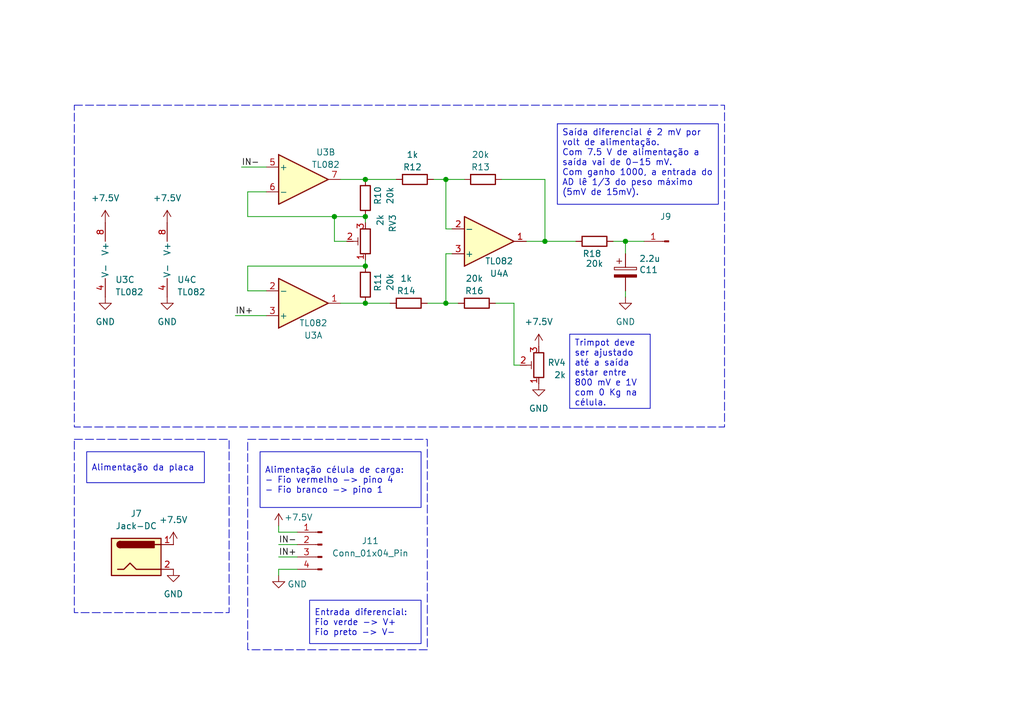
<source format=kicad_sch>
(kicad_sch (version 20231120) (generator "eeschema") (generator_version "8.0")
  (paper "A5")
  (title_block (title "Amplificador para célula de carga") (date "13/11/24") (comment 1 "Saída diferencial máxima da célula de 2 mV por volt de alimentação") (comment 2 "Célula de 50 Kg") (comment 3 "Alimentação de 7.5V"))
  (lib_symbols
    (symbol "Amplifier_Operational:TL082" (pin_names (offset 0.127))
      (property "Reference" "U" (at 0 5.08 0))
      (property "Value" "TL082" (at 0 -5.08 0))
      (symbol "TL082_1_1"
        (polyline (pts (xy -5.08 5.08) (xy 5.08 0) (xy -5.08 -5.08) (xy -5.08 5.08)) (stroke (width 0.254)) (fill (type background)))
        (pin output line (at 7.62 0 180) (length 2.54) (name "~") (number "1"))
        (pin input line (at -7.62 -2.54 0) (length 2.54) (name "-") (number "2"))
        (pin input line (at -7.62 2.54 0) (length 2.54) (name "+") (number "3"))
      )
      (symbol "TL082_2_1"
        (polyline (pts (xy -5.08 5.08) (xy 5.08 0) (xy -5.08 -5.08) (xy -5.08 5.08)) (stroke (width 0.254)) (fill (type background)))
        (pin input line (at -7.62 2.54 0) (length 2.54) (name "+") (number "5"))
        (pin input line (at -7.62 -2.54 0) (length 2.54) (name "-") (number "6"))
        (pin output line (at 7.62 0 180) (length 2.54) (name "~") (number "7"))
      )
      (symbol "TL082_3_1"
        (pin power_in line (at -2.54 -7.62 90) (length 3.81) (name "V-") (number "4"))
        (pin power_in line (at -2.54 7.62 270) (length 3.81) (name "V+") (number "8"))
      )
    )
    (symbol "Connector:Conn_01x01_Pin" (pin_names (offset 1.016) hide)
      (property "Reference" "J" (at 0 2.54 0))
      (property "Value" "Conn_01x01_Pin" (at 0 -2.54 0))
      (symbol "Conn_01x01_Pin_1_1"
        (polyline (pts (xy 1.27 0) (xy 0.8636 0)) (stroke (width 0.1524)))
        (rectangle (start 0.8636 0.127) (end 0 -0.127) (stroke (width 0.1524)) (fill (type outline)))
        (pin passive line (at 5.08 0 180) (length 3.81) (name "Pin_1") (number "1"))
      )
    )
    (symbol "Connector:Conn_01x04_Pin" (pin_names (offset 1.016) hide)
      (property "Reference" "J" (at 0 5.08 0))
      (property "Value" "Conn_01x04_Pin" (at 0 -7.62 0))
      (symbol "Conn_01x04_Pin_1_1"
        (polyline (pts (xy 1.27 -5.08) (xy 0.8636 -5.08)) (stroke (width 0.1524)))
        (polyline (pts (xy 1.27 -2.54) (xy 0.8636 -2.54)) (stroke (width 0.1524)))
        (polyline (pts (xy 1.27 0) (xy 0.8636 0)) (stroke (width 0.1524)))
        (polyline (pts (xy 1.27 2.54) (xy 0.8636 2.54)) (stroke (width 0.1524)))
        (rectangle (start 0.8636 -4.953) (end 0 -5.207) (stroke (width 0.1524)) (fill (type outline)))
        (rectangle (start 0.8636 -2.413) (end 0 -2.667) (stroke (width 0.1524)) (fill (type outline)))
        (rectangle (start 0.8636 0.127) (end 0 -0.127) (stroke (width 0.1524)) (fill (type outline)))
        (rectangle (start 0.8636 2.667) (end 0 2.413) (stroke (width 0.1524)) (fill (type outline)))
        (pin passive line (at 5.08 2.54 180) (length 3.81) (name "Pin_1") (number "1"))
        (pin passive line (at 5.08 0 180) (length 3.81) (name "Pin_2") (number "2"))
        (pin passive line (at 5.08 -2.54 180) (length 3.81) (name "Pin_3") (number "3"))
        (pin passive line (at 5.08 -5.08 180) (length 3.81) (name "Pin_4") (number "4"))
      )
    )
    (symbol "Connector:Jack-DC" (pin_names (offset 1.016))
      (property "Reference" "J4" (at 0 8.89 0))
      (property "Value" "Jack-DC" (at 0 6.35 0))
      (symbol "Jack-DC_0_1"
        (rectangle (start -5.08 3.81) (end 5.08 -3.81) (stroke (width 0.254)) (fill (type background)))
        (arc (start -3.302 3.175) (mid -3.9343 2.54) (end -3.302 1.905) (stroke (width 0.254)))
        (arc (start -3.302 3.175) (mid -3.9343 2.54) (end -3.302 1.905) (stroke (width 0.254)) (fill (type outline)))
        (polyline (pts (xy 5.08 2.54) (xy 3.81 2.54)) (stroke (width 0.254)))
        (polyline (pts (xy -3.81 -2.54) (xy -2.54 -2.54) (xy -1.27 -1.27) (xy 0 -2.54) (xy 2.54 -2.54) (xy 5.08 -2.54)) (stroke (width 0.254)))
        (rectangle (start 3.683 3.175) (end -3.302 1.905) (stroke (width 0.254)) (fill (type outline)))
      )
      (symbol "Jack-DC_1_1"
        (pin power_out line (at 7.62 2.54 180) (length 2.54) (name "~") (number "1"))
        (pin power_in line (at 7.62 -2.54 180) (length 2.54) (name "~") (number "2"))
      )
    )
    (symbol "Device:C_Polarized" (pin_numbers hide) (pin_names (offset 0.254))
      (property "Reference" "C" (at 0.635 2.54 0))
      (property "Value" "C_Polarized" (at 0.635 -2.54 0))
      (symbol "C_Polarized_0_1"
        (rectangle (start -2.286 0.508) (end 2.286 1.016))
        (polyline (pts (xy -1.778 2.286) (xy -0.762 2.286)))
        (polyline (pts (xy -1.27 2.794) (xy -1.27 1.778)))
        (rectangle (start 2.286 -0.508) (end -2.286 -1.016) (fill (type outline)))
      )
      (symbol "C_Polarized_1_1"
        (pin passive line (at 0 3.81 270) (length 2.794) (name "~") (number "1"))
        (pin passive line (at 0 -3.81 90) (length 2.794) (name "~") (number "2"))
      )
    )
    (symbol "Device:R" (pin_numbers hide) (pin_names (offset 0))
      (property "Reference" "R" (at 2.032 0 90))
      (property "Value" "R" (at 0 0 90))
      (symbol "R_0_1"
        (rectangle (start -1.016 -2.54) (end 1.016 2.54) (stroke (width 0.254)))
      )
      (symbol "R_1_1"
        (pin passive line (at 0 3.81 270) (length 1.27) (name "~") (number "1"))
        (pin passive line (at 0 -3.81 90) (length 1.27) (name "~") (number "2"))
      )
    )
    (symbol "Device:R_Potentiometer_Trim" (pin_names (offset 1.016) hide)
      (property "Reference" "RV" (at -4.445 0 90))
      (property "Value" "R_Potentiometer_Trim" (at -2.54 0 90))
      (symbol "R_Potentiometer_Trim_0_1"
        (polyline (pts (xy 1.524 0.762) (xy 1.524 -0.762)))
        (polyline (pts (xy 2.54 0) (xy 1.524 0)))
        (rectangle (start 1.016 2.54) (end -1.016 -2.54) (stroke (width 0.254)))
      )
      (symbol "R_Potentiometer_Trim_1_1"
        (pin passive line (at 0 3.81 270) (length 1.27) (name "1") (number "1"))
        (pin passive line (at 3.81 0 180) (length 1.27) (name "2") (number "2"))
        (pin passive line (at 0 -3.81 90) (length 1.27) (name "3") (number "3"))
      )
    )
    (symbol "power:+7.5V" (power) (pin_numbers hide) (pin_names (offset 0) hide)
      (property "Value" "+7.5V" (at 0 3.556 0))
      (symbol "+7.5V_0_1"
        (polyline (pts (xy -0.762 1.27) (xy 0 2.54)))
        (polyline (pts (xy 0 0) (xy 0 2.54)))
        (polyline (pts (xy 0 2.54) (xy 0.762 1.27)))
      )
      (symbol "+7.5V_1_1"
        (pin power_in line (at 0 0 90) (length 0) (name "~") (number "1"))
      )
    )
    (symbol "power:GND" (power) (pin_numbers hide) (pin_names (offset 0) hide)
      (property "Value" "GND" (at 0 -3.81 0))
      (symbol "GND_0_1"
        (polyline (pts (xy 0 0) (xy 0 -1.27) (xy 1.27 -1.27) (xy 0 -2.54) (xy -1.27 -1.27) (xy 0 -1.27)))
      )
      (symbol "GND_1_1"
        (pin power_in line (at 0 0 270) (length 0) (name "~") (number "1"))
      )
    )
  )
  (junction (at 74.93 44.45))
  (junction (at 68.58 44.45))
  (junction (at 74.93 36.83))
  (junction (at 91.44 62.23))
  (junction (at 91.44 36.83))
  (junction (at 128.27 49.53))
  (junction (at 74.93 54.61))
  (junction (at 74.93 62.23))
  (junction (at 111.76 49.53))
  (wire (pts (xy 48.26 64.77) (xy 54.61 64.77)))
  (wire (pts (xy 50.8 39.37) (xy 50.8 44.45)))
  (wire (pts (xy 57.15 111.76) (xy 60.96 111.76)))
  (wire (pts (xy 71.12 49.53) (xy 68.58 49.53)))
  (wire (pts (xy 118.11 49.53) (xy 111.76 49.53)))
  (wire (pts (xy 91.44 36.83) (xy 95.25 36.83)))
  (wire (pts (xy 50.8 44.45) (xy 68.58 44.45)))
  (wire (pts (xy 54.61 59.69) (xy 50.8 59.69)))
  (wire (pts (xy 74.93 54.61) (xy 74.93 53.34)))
  (wire (pts (xy 60.96 109.22) (xy 57.15 109.22)))
  (wire (pts (xy 105.41 62.23) (xy 101.6 62.23)))
  (wire (pts (xy 91.44 52.07) (xy 91.44 62.23)))
  (wire (pts (xy 74.93 44.45) (xy 74.93 45.72)))
  (wire (pts (xy 74.93 36.83) (xy 81.28 36.83)))
  (wire (pts (xy 111.76 36.83) (xy 111.76 49.53)))
  (wire (pts (xy 128.27 52.07) (xy 128.27 49.53)))
  (wire (pts (xy 111.76 49.53) (xy 107.95 49.53)))
  (wire (pts (xy 80.01 62.23) (xy 74.93 62.23)))
  (wire (pts (xy 50.8 59.69) (xy 50.8 54.61)))
  (wire (pts (xy 105.41 74.93) (xy 106.68 74.93)))
  (wire (pts (xy 128.27 49.53) (xy 125.73 49.53)))
  (wire (pts (xy 57.15 116.84) (xy 57.15 118.11)))
  (wire (pts (xy 69.85 62.23) (xy 74.93 62.23)))
  (wire (pts (xy 57.15 114.3) (xy 60.96 114.3)))
  (wire (pts (xy 68.58 44.45) (xy 74.93 44.45)))
  (wire (pts (xy 88.9 36.83) (xy 91.44 36.83)))
  (wire (pts (xy 49.53 34.29) (xy 54.61 34.29)))
  (wire (pts (xy 102.87 36.83) (xy 111.76 36.83)))
  (wire (pts (xy 93.98 62.23) (xy 91.44 62.23)))
  (wire (pts (xy 54.61 39.37) (xy 50.8 39.37)))
  (wire (pts (xy 91.44 62.23) (xy 87.63 62.23)))
  (wire (pts (xy 68.58 49.53) (xy 68.58 44.45)))
  (wire (pts (xy 105.41 74.93) (xy 105.41 62.23)))
  (wire (pts (xy 91.44 46.99) (xy 92.71 46.99)))
  (wire (pts (xy 57.15 109.22) (xy 57.15 107.95)))
  (wire (pts (xy 91.44 36.83) (xy 91.44 46.99)))
  (wire (pts (xy 128.27 49.53) (xy 132.08 49.53)))
  (wire (pts (xy 60.96 116.84) (xy 57.15 116.84)))
  (wire (pts (xy 69.85 36.83) (xy 74.93 36.83)))
  (wire (pts (xy 50.8 54.61) (xy 74.93 54.61)))
  (wire (pts (xy 92.71 52.07) (xy 91.44 52.07)))
  (wire (pts (xy 128.27 59.69) (xy 128.27 60.96)))
  (rectangle (start 15.24 21.59) (end 148.59 87.63) (stroke (width 0) (type dash)))
  (rectangle (start 50.8 90.17) (end 87.63 133.35) (stroke (width 0) (type dash)))
  (rectangle (start 15.24 90.17) (end 46.99 125.73) (stroke (width 0) (type dash)))
  (text_box "Alimentação célula de carga:\n- Fio vermelho -> pino 4\n- Fio branco -> pino 1\n" (at 53.34 92.71 0) (size 33.02 11.43) (effects (font (size 1.27 1.27)) (justify left)))
  (text_box "Alimentação da placa\n" (at 17.78 92.71 0) (size 24.13 6.35) (effects (font (size 1.27 1.27)) (justify left)))
  (text_box "Trimpot deve ser ajustado até a saída estar entre 800 mV e 1V com 0 Kg na célula." (at 116.84 68.58 0) (size 16.51 15.24) (effects (font (size 1.27 1.27)) (justify left top)))
  (text_box "Saída diferencial é 2 mV por volt de alimentação. \nCom 7.5 V de alimentação a saída vai de 0-15 mV.\nCom ganho 1000, a entrada do AD lê 1/3 do peso máximo (5mV de 15mV).\n" (at 114.3 25.4 0) (size 33.02 16.51) (effects (font (size 1.27 1.27)) (justify left top)))
  (text_box "Entrada diferencial:\nFio verde -> V+\nFio preto -> V-" (at 63.5 123.19 0) (size 22.86 8.89) (effects (font (size 1.27 1.27)) (justify left)))
  (label "IN+" (at 57.15 114.3 0))
  (label "IN-" (at 49.53 34.29 0))
  (label "IN-" (at 57.15 111.76 0))
  (label "IN+" (at 48.26 64.77 0))
  (symbol (lib_id "Connector:Conn_01x04_Pin") (at 66.04 111.76 0) (mirror y) (unit 1)
    (property "Reference" "J11" (at 75.946 110.998 0))
    (property "Value" "Conn_01x04_Pin" (at 75.946 113.538 0))
    (property "Footprint" "Connector_PinHeader_2.54mm:PinHeader_1x04_P2.54mm_Vertical" (effects (hide yes)))
    (property "Description" "Generic connector, single row, 01x04, script generated" (effects (hide yes)))
  )
  (symbol (lib_id "power:GND") (at 21.59 60.96 0) (unit 1)
    (property "Reference" "#PWR019" (effects (hide yes)))
    (property "Value" "GND" (at 21.59 66.04 0))
    (property "Description" "Power symbol creates a global label with name \"GND\" , ground" (effects (hide yes)))
  )
  (symbol (lib_id "power:+7.5V") (at 35.56 111.76 0) (unit 1)
    (property "Reference" "#PWR017" (effects (hide yes)))
    (property "Value" "+7.5V" (at 35.56 106.68 0))
    (property "Description" "Power symbol creates a global label with name \"+7.5V\"" (effects (hide yes)))
  )
  (symbol (lib_id "power:+7.5V") (at 21.59 45.72 0) (unit 1)
    (property "Reference" "#PWR018" (effects (hide yes)))
    (property "Value" "+7.5V" (at 21.59 40.64 0))
    (property "Description" "Power symbol creates a global label with name \"+7.5V\"" (effects (hide yes)))
  )
  (symbol (lib_id "Device:R") (at 85.09 36.83 90) (mirror x) (unit 1)
    (property "Reference" "R12" (at 84.582 34.29 90))
    (property "Value" "1k" (at 84.582 31.75 90))
    (property "Footprint" "Resistor_THT:R_Axial_DIN0207_L6.3mm_D2.5mm_P7.62mm_Horizontal" (effects (hide yes)))
    (property "Description" "Resistor" (effects (hide yes)))
  )
  (symbol (lib_id "power:+7.5V") (at 57.15 107.95 0) (unit 1)
    (property "Reference" "#PWR024" (effects (hide yes)))
    (property "Value" "+7.5V" (at 61.214 106.172 0))
    (property "Description" "Power symbol creates a global label with name \"+7.5V\"" (effects (hide yes)))
  )
  (symbol (lib_id "Amplifier_Operational:TL082") (at 100.33 49.53 0) (mirror x) (unit 1)
    (property "Reference" "U4" (at 102.362 56.134 0))
    (property "Value" "TL082" (at 102.362 53.594 0))
    (property "Footprint" "Package_DIP:DIP-8_W7.62mm_Socket" (effects (hide yes)))
    (property "Datasheet" "http://www.ti.com/lit/ds/symlink/tl081.pdf" (effects (hide yes)))
    (property "Description" "Dual JFET-Input Operational Amplifiers, DIP-8/SOIC-8/SSOP-8" (effects (hide yes)))
  )
  (symbol (lib_id "power:+7.5V") (at 34.29 45.72 0) (unit 1)
    (property "Reference" "#PWR020" (effects (hide yes)))
    (property "Value" "+7.5V" (at 34.29 40.64 0))
    (property "Description" "Power symbol creates a global label with name \"+7.5V\"" (effects (hide yes)))
  )
  (symbol (lib_id "power:GND") (at 57.15 118.11 0) (unit 1)
    (property "Reference" "#PWR025" (effects (hide yes)))
    (property "Value" "GND" (at 60.96 119.888 0))
    (property "Description" "Power symbol creates a global label with name \"GND\" , ground" (effects (hide yes)))
  )
  (symbol (lib_id "power:GND") (at 35.56 116.84 0) (unit 1)
    (property "Reference" "#PWR021" (effects (hide yes)))
    (property "Value" "GND" (at 35.56 121.92 0))
    (property "Description" "Power symbol creates a global label with name \"GND\" , ground" (effects (hide yes)))
  )
  (symbol (lib_id "Device:R") (at 99.06 36.83 90) (mirror x) (unit 1)
    (property "Reference" "R13" (at 98.552 34.29 90))
    (property "Value" "20k" (at 98.552 31.75 90))
    (property "Footprint" "Resistor_THT:R_Axial_DIN0207_L6.3mm_D2.5mm_P7.62mm_Horizontal" (effects (hide yes)))
    (property "Description" "Resistor" (effects (hide yes)))
  )
  (symbol (lib_id "power:+7.5V") (at 110.49 71.12 0) (unit 1)
    (property "Reference" "#PWR028" (effects (hide yes)))
    (property "Value" "+7.5V" (at 110.49 66.04 0))
    (property "Description" "Power symbol creates a global label with name \"+7.5V\"" (effects (hide yes)))
  )
  (symbol (lib_id "Device:R") (at 97.79 62.23 90) (mirror x) (unit 1)
    (property "Reference" "R16" (at 97.282 59.69 90))
    (property "Value" "20k" (at 97.282 57.15 90))
    (property "Footprint" "Resistor_THT:R_Axial_DIN0207_L6.3mm_D2.5mm_P7.62mm_Horizontal" (effects (hide yes)))
    (property "Description" "Resistor" (effects (hide yes)))
  )
  (symbol (lib_id "Device:R") (at 121.92 49.53 90) (unit 1)
    (property "Reference" "R18" (at 121.412 52.07 90))
    (property "Value" "20k" (at 121.92 54.102 90))
    (property "Footprint" "Resistor_THT:R_Axial_DIN0207_L6.3mm_D2.5mm_P7.62mm_Horizontal" (effects (hide yes)))
    (property "Description" "Resistor" (effects (hide yes)))
  )
  (symbol (lib_id "Device:R") (at 74.93 40.64 0) (mirror y) (unit 1)
    (property "Reference" "R10" (at 77.47 40.132 90))
    (property "Value" "20k" (at 80.01 40.132 90))
    (property "Footprint" "Resistor_THT:R_Axial_DIN0207_L6.3mm_D2.5mm_P7.62mm_Horizontal" (effects (hide yes)))
    (property "Description" "Resistor" (effects (hide yes)))
  )
  (symbol (lib_id "power:GND") (at 34.29 60.96 0) (unit 1)
    (property "Reference" "#PWR022" (effects (hide yes)))
    (property "Value" "GND" (at 34.29 66.04 0))
    (property "Description" "Power symbol creates a global label with name \"GND\" , ground" (effects (hide yes)))
  )
  (symbol (lib_id "Amplifier_Operational:TL082") (at 36.83 53.34 0) (unit 3)
    (property "Reference" "U4" (at 36.322 57.404 0) (effects (justify left)))
    (property "Value" "TL082" (at 36.322 59.944 0) (effects (justify left)))
    (property "Footprint" "Package_DIP:DIP-8_W7.62mm_Socket" (effects (hide yes)))
    (property "Datasheet" "http://www.ti.com/lit/ds/symlink/tl081.pdf" (effects (hide yes)))
    (property "Description" "Dual JFET-Input Operational Amplifiers, DIP-8/SOIC-8/SSOP-8" (effects (hide yes)))
  )
  (symbol (lib_id "Device:R") (at 74.93 58.42 0) (mirror y) (unit 1)
    (property "Reference" "R11" (at 77.47 57.912 90))
    (property "Value" "20k" (at 80.01 57.912 90))
    (property "Footprint" "Resistor_THT:R_Axial_DIN0207_L6.3mm_D2.5mm_P7.62mm_Horizontal" (effects (hide yes)))
    (property "Description" "Resistor" (effects (hide yes)))
  )
  (symbol (lib_id "Device:R_Potentiometer_Trim") (at 110.49 74.93 180) (unit 1)
    (property "Reference" "RV4" (at 116.078 74.422 0) (effects (justify left)))
    (property "Value" "2k" (at 116.078 76.962 0) (effects (justify left)))
    (property "Footprint" "Potentiometer_THT:Potentiometer_Bourns_3296W_Vertical" (effects (hide yes)))
    (property "Description" "Trim-potentiometer" (effects (hide yes)))
  )
  (symbol (lib_id "Amplifier_Operational:TL082") (at 24.13 53.34 0) (unit 3)
    (property "Reference" "U3" (at 23.622 57.404 0) (effects (justify left)))
    (property "Value" "TL082" (at 23.622 59.944 0) (effects (justify left)))
    (property "Footprint" "Package_DIP:DIP-8_W7.62mm_Socket" (effects (hide yes)))
    (property "Datasheet" "http://www.ti.com/lit/ds/symlink/tl081.pdf" (effects (hide yes)))
    (property "Description" "Dual JFET-Input Operational Amplifiers, DIP-8/SOIC-8/SSOP-8" (effects (hide yes)))
  )
  (symbol (lib_id "Connector:Conn_01x01_Pin") (at 137.16 49.53 0) (mirror y) (unit 1)
    (property "Reference" "J9" (at 136.525 44.45 0))
    (property "Value" "wheigh_out 0.0-5.0V" (effects (hide yes)))
    (property "Footprint" "Connector_PinHeader_2.54mm:PinHeader_1x01_P2.54mm_Vertical" (effects (hide yes)))
    (property "Description" "Generic connector, single row, 01x01, script generated" (effects (hide yes)))
  )
  (symbol (lib_id "Amplifier_Operational:TL082") (at 62.23 62.23 0) (mirror x) (unit 1)
    (property "Reference" "U3" (at 64.262 68.834 0))
    (property "Value" "TL082" (at 64.262 66.294 0))
    (property "Footprint" "Package_DIP:DIP-8_W7.62mm_Socket" (effects (hide yes)))
    (property "Datasheet" "http://www.ti.com/lit/ds/symlink/tl081.pdf" (effects (hide yes)))
    (property "Description" "Dual JFET-Input Operational Amplifiers, DIP-8/SOIC-8/SSOP-8" (effects (hide yes)))
  )
  (symbol (lib_id "Device:R") (at 83.82 62.23 90) (mirror x) (unit 1)
    (property "Reference" "R14" (at 83.312 59.69 90))
    (property "Value" "1k" (at 83.312 57.15 90))
    (property "Footprint" "Resistor_THT:R_Axial_DIN0207_L6.3mm_D2.5mm_P7.62mm_Horizontal" (effects (hide yes)))
    (property "Description" "Resistor" (effects (hide yes)))
  )
  (symbol (lib_id "Amplifier_Operational:TL082") (at 62.23 36.83 0) (unit 2)
    (property "Reference" "U3" (at 66.802 31.242 0))
    (property "Value" "TL082" (at 66.802 33.782 0))
    (property "Footprint" "Package_DIP:DIP-8_W7.62mm_Socket" (effects (hide yes)))
    (property "Datasheet" "http://www.ti.com/lit/ds/symlink/tl081.pdf" (effects (hide yes)))
    (property "Description" "Dual JFET-Input Operational Amplifiers, DIP-8/SOIC-8/SSOP-8" (effects (hide yes)))
  )
  (symbol (lib_id "Connector:Jack-DC") (at 27.94 114.3 0) (unit 1)
    (property "Reference" "J7" (at 27.94 105.41 0))
    (property "Value" "Jack-DC" (at 27.94 107.95 0))
    (property "Footprint" "KRE_2_vias:TerminalBlock_bornier_kre-2_P5.08mm" (effects (hide yes)))
  )
  (symbol (lib_id "power:GND") (at 110.49 78.74 0) (unit 1)
    (property "Reference" "#PWR029" (effects (hide yes)))
    (property "Value" "GND" (at 110.49 83.82 0))
    (property "Description" "Power symbol creates a global label with name \"GND\" , ground" (effects (hide yes)))
  )
  (symbol (lib_id "Device:R_Potentiometer_Trim") (at 74.93 49.53 180) (unit 1)
    (property "Reference" "RV3" (at 80.518 43.942 90) (effects (justify left)))
    (property "Value" "2k" (at 77.978 43.942 90) (effects (justify left)))
    (property "Footprint" "Potentiometer_THT:Potentiometer_Bourns_3296W_Vertical" (effects (hide yes)))
    (property "Description" "Trim-potentiometer" (effects (hide yes)))
  )
  (symbol (lib_id "power:GND") (at 128.27 60.96 0) (unit 1)
    (property "Reference" "#PWR027" (effects (hide yes)))
    (property "Value" "GND" (at 128.27 66.04 0))
    (property "Description" "Power symbol creates a global label with name \"GND\" , ground" (effects (hide yes)))
  )
  (symbol (lib_id "Device:C_Polarized") (at 128.27 55.88 0) (unit 1)
    (property "Reference" "C11" (at 131.064 55.372 0) (effects (justify left)))
    (property "Value" "2.2u" (at 131.064 53.086 0) (effects (justify left)))
    (property "Footprint" "Capacitor_THT:CP_Radial_D5.0mm_P2.50mm" (effects (hide yes)))
    (property "Description" "Polarized capacitor" (effects (hide yes)))
  )
)
</source>
